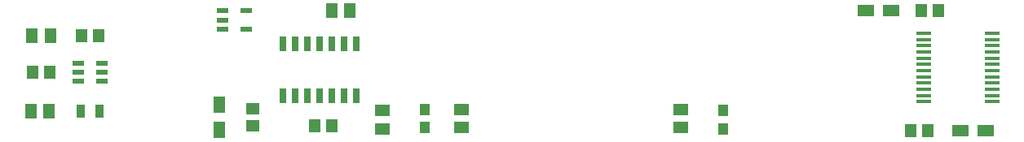
<source format=gbr>
G04 EAGLE Gerber RS-274X export*
G75*
%MOMM*%
%FSLAX34Y34*%
%LPD*%
%INSolderpaste Top*%
%IPPOS*%
%AMOC8*
5,1,8,0,0,1.08239X$1,22.5*%
G01*
%ADD10R,1.450000X1.150000*%
%ADD11R,1.150000X1.450000*%
%ADD12R,0.700000X1.525000*%
%ADD13R,1.200000X0.600000*%
%ADD14R,1.050000X1.200000*%
%ADD15R,0.900000X1.400000*%
%ADD16R,1.300000X1.500000*%
%ADD17R,1.500000X1.300000*%
%ADD18R,1.525000X0.450000*%
%ADD19R,1.230000X1.800000*%
%ADD20R,1.800000X1.230000*%


D10*
X481330Y48370D03*
X481330Y30370D03*
D11*
X563990Y30480D03*
X545990Y30480D03*
X252620Y86360D03*
X270620Y86360D03*
X321420Y124460D03*
X303420Y124460D03*
D12*
X513080Y61780D03*
X525780Y61780D03*
X538480Y61780D03*
X551180Y61780D03*
X563880Y61780D03*
X576580Y61780D03*
X589280Y61780D03*
X589280Y116020D03*
X576580Y116020D03*
X563880Y116020D03*
X551180Y116020D03*
X538480Y116020D03*
X525780Y116020D03*
X513080Y116020D03*
D13*
X324920Y76860D03*
X324920Y86360D03*
X324920Y95860D03*
X299920Y95860D03*
X299920Y86360D03*
X299920Y76860D03*
D14*
X660400Y47600D03*
X660400Y28600D03*
X970280Y27330D03*
X970280Y46330D03*
D15*
X321920Y45720D03*
X302920Y45720D03*
D16*
X563270Y151130D03*
X582270Y151130D03*
X271120Y124460D03*
X252120Y124460D03*
X269850Y45720D03*
X250850Y45720D03*
D17*
X698500Y28600D03*
X698500Y47600D03*
X925830Y47600D03*
X925830Y28600D03*
X615950Y27330D03*
X615950Y46330D03*
D13*
X449780Y150470D03*
X449780Y140970D03*
X449780Y131470D03*
X474780Y131470D03*
X474780Y150470D03*
D18*
X1249740Y55690D03*
X1249740Y62190D03*
X1249740Y68690D03*
X1249740Y75190D03*
X1249740Y81690D03*
X1249740Y88190D03*
X1249740Y94690D03*
X1249740Y101190D03*
X1249740Y107690D03*
X1249740Y114190D03*
X1249740Y120690D03*
X1249740Y127190D03*
X1178500Y127190D03*
X1178500Y120690D03*
X1178500Y114190D03*
X1178500Y107690D03*
X1178500Y101190D03*
X1178500Y94690D03*
X1178500Y88190D03*
X1178500Y81690D03*
X1178500Y75190D03*
X1178500Y68690D03*
X1178500Y62190D03*
X1178500Y55690D03*
D19*
X447040Y52470D03*
X447040Y26270D03*
D20*
X1216260Y25400D03*
X1242460Y25400D03*
X1144670Y151130D03*
X1118470Y151130D03*
D11*
X1182480Y25400D03*
X1164480Y25400D03*
X1175910Y151130D03*
X1193910Y151130D03*
M02*

</source>
